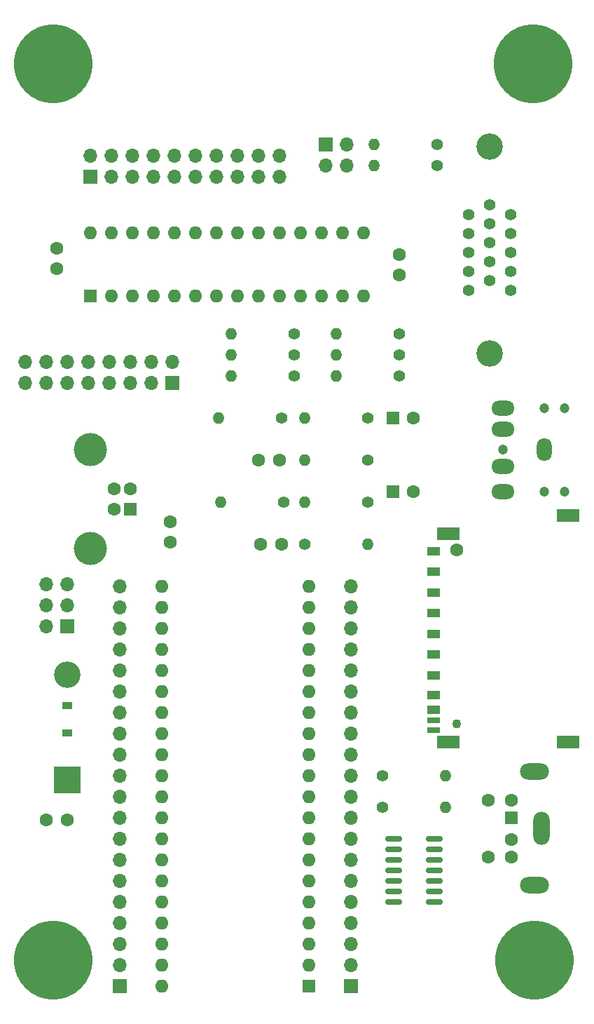
<source format=gbr>
G04 #@! TF.GenerationSoftware,KiCad,Pcbnew,(6.0.1)*
G04 #@! TF.CreationDate,2022-05-16T06:22:06-04:00*
G04 #@! TF.ProjectId,PiPicoMite01,50695069-636f-44d6-9974-6530312e6b69,2*
G04 #@! TF.SameCoordinates,Original*
G04 #@! TF.FileFunction,Soldermask,Top*
G04 #@! TF.FilePolarity,Negative*
%FSLAX46Y46*%
G04 Gerber Fmt 4.6, Leading zero omitted, Abs format (unit mm)*
G04 Created by KiCad (PCBNEW (6.0.1)) date 2022-05-16 06:22:06*
%MOMM*%
%LPD*%
G01*
G04 APERTURE LIST*
G04 Aperture macros list*
%AMRoundRect*
0 Rectangle with rounded corners*
0 $1 Rounding radius*
0 $2 $3 $4 $5 $6 $7 $8 $9 X,Y pos of 4 corners*
0 Add a 4 corners polygon primitive as box body*
4,1,4,$2,$3,$4,$5,$6,$7,$8,$9,$2,$3,0*
0 Add four circle primitives for the rounded corners*
1,1,$1+$1,$2,$3*
1,1,$1+$1,$4,$5*
1,1,$1+$1,$6,$7*
1,1,$1+$1,$8,$9*
0 Add four rect primitives between the rounded corners*
20,1,$1+$1,$2,$3,$4,$5,0*
20,1,$1+$1,$4,$5,$6,$7,0*
20,1,$1+$1,$6,$7,$8,$9,0*
20,1,$1+$1,$8,$9,$2,$3,0*%
G04 Aperture macros list end*
%ADD10C,9.525000*%
%ADD11C,3.200000*%
%ADD12C,1.397000*%
%ADD13C,1.600000*%
%ADD14C,1.100000*%
%ADD15R,1.500000X1.000000*%
%ADD16R,1.500000X0.700000*%
%ADD17R,2.800000X1.500000*%
%ADD18C,1.400000*%
%ADD19O,1.400000X1.400000*%
%ADD20R,1.600000X1.600000*%
%ADD21O,1.600000X1.600000*%
%ADD22C,4.000000*%
%ADD23R,1.200000X0.900000*%
%ADD24R,1.700000X1.700000*%
%ADD25O,1.700000X1.700000*%
%ADD26R,3.200000X3.200000*%
%ADD27O,3.200000X3.200000*%
%ADD28C,1.200000*%
%ADD29O,2.800000X1.800000*%
%ADD30O,1.800000X2.800000*%
%ADD31RoundRect,0.150000X-0.825000X-0.150000X0.825000X-0.150000X0.825000X0.150000X-0.825000X0.150000X0*%
%ADD32O,3.500000X2.000000*%
%ADD33O,2.000000X4.000000*%
G04 APERTURE END LIST*
D10*
X119000000Y-8000000D03*
X177165000Y-116205000D03*
X119000000Y-116205000D03*
X177000000Y-8000000D03*
D11*
X171697590Y-17985740D03*
X171697590Y-42974260D03*
D12*
X169157590Y-26169620D03*
X169157590Y-28460700D03*
X169157590Y-30746700D03*
X169157590Y-33040320D03*
X169157590Y-35328860D03*
X171697590Y-25024080D03*
X171697590Y-27315160D03*
X171697590Y-29606240D03*
X171697590Y-31894780D03*
X171697590Y-34185860D03*
X174237590Y-26169620D03*
X174237590Y-28460700D03*
X174235050Y-30749240D03*
X174237590Y-33040320D03*
X174237590Y-35328860D03*
D13*
X167726500Y-66700000D03*
D14*
X167726500Y-87700000D03*
D15*
X164926500Y-69320000D03*
X164926500Y-71820000D03*
X164926500Y-74320000D03*
X164926500Y-76820000D03*
X164926500Y-79320000D03*
X164926500Y-81820000D03*
X164926500Y-84240000D03*
X164926500Y-85940000D03*
X164926500Y-66820000D03*
D16*
X164926500Y-87280000D03*
X164926500Y-88420000D03*
D17*
X166726500Y-64750000D03*
X166726500Y-89850000D03*
X181226500Y-89850000D03*
X181226500Y-62550000D03*
D18*
X148082000Y-40640000D03*
D19*
X140462000Y-40640000D03*
D18*
X148082000Y-43180000D03*
D19*
X140462000Y-43180000D03*
D18*
X146812000Y-60960000D03*
D19*
X139192000Y-60960000D03*
D18*
X148082000Y-45720000D03*
D19*
X140462000Y-45720000D03*
D18*
X160782000Y-40640000D03*
D19*
X153162000Y-40640000D03*
D18*
X160782000Y-43180000D03*
D19*
X153162000Y-43180000D03*
D18*
X160782000Y-45720000D03*
D19*
X153162000Y-45720000D03*
D20*
X149865000Y-119375000D03*
D21*
X149865000Y-116835000D03*
X149865000Y-114295000D03*
X149865000Y-111755000D03*
X149865000Y-109215000D03*
X149865000Y-106675000D03*
X149865000Y-104135000D03*
X149865000Y-101595000D03*
X149865000Y-99055000D03*
X149865000Y-96515000D03*
X149865000Y-93975000D03*
X149865000Y-91435000D03*
X149865000Y-88895000D03*
X149865000Y-86355000D03*
X149865000Y-83815000D03*
X149865000Y-81275000D03*
X149865000Y-78735000D03*
X149865000Y-76195000D03*
X149865000Y-73655000D03*
X149865000Y-71115000D03*
X132085000Y-71115000D03*
X132085000Y-73655000D03*
X132085000Y-76195000D03*
X132085000Y-78735000D03*
X132085000Y-81275000D03*
X132085000Y-83815000D03*
X132085000Y-86355000D03*
X132085000Y-88895000D03*
X132085000Y-91435000D03*
X132085000Y-93975000D03*
X132085000Y-96515000D03*
X132085000Y-99055000D03*
X132085000Y-101595000D03*
X132085000Y-104135000D03*
X132085000Y-106675000D03*
X132085000Y-109215000D03*
X132085000Y-111755000D03*
X132085000Y-114295000D03*
X132085000Y-116835000D03*
X132085000Y-119375000D03*
D20*
X128304000Y-61798000D03*
D13*
X128304000Y-59298000D03*
X126304000Y-59298000D03*
X126304000Y-61798000D03*
D22*
X123444000Y-54548000D03*
X123444000Y-66548000D03*
D13*
X120630000Y-99314000D03*
X118130000Y-99314000D03*
D20*
X160020000Y-59690000D03*
D13*
X162520000Y-59690000D03*
X146538000Y-66040000D03*
X144038000Y-66040000D03*
X133096000Y-63266000D03*
X133096000Y-65766000D03*
X160782000Y-31008000D03*
X160782000Y-33508000D03*
X119380000Y-30246000D03*
X119380000Y-32746000D03*
D18*
X156972000Y-55880000D03*
D19*
X149352000Y-55880000D03*
D18*
X156972000Y-60960000D03*
D19*
X149352000Y-60960000D03*
D23*
X120650000Y-88772000D03*
X120650000Y-85472000D03*
D24*
X133335000Y-46502000D03*
D25*
X133335000Y-43962000D03*
X130795000Y-46502000D03*
X130795000Y-43962000D03*
X128255000Y-46502000D03*
X128255000Y-43962000D03*
X125715000Y-46502000D03*
X125715000Y-43962000D03*
X123175000Y-46502000D03*
X123175000Y-43962000D03*
X120635000Y-46502000D03*
X120635000Y-43962000D03*
X118095000Y-46502000D03*
X118095000Y-43962000D03*
X115555000Y-46502000D03*
X115555000Y-43962000D03*
D26*
X120650000Y-94488000D03*
D27*
X120650000Y-81788000D03*
D13*
X146304000Y-55880000D03*
X143804000Y-55880000D03*
D28*
X178308000Y-59610000D03*
X178308000Y-49610000D03*
X180808000Y-49610000D03*
X180808000Y-59610000D03*
X173308000Y-54610000D03*
D29*
X173308000Y-59610000D03*
X173308000Y-56610000D03*
D30*
X178308000Y-54610000D03*
D29*
X173308000Y-49610000D03*
X173308000Y-52110000D03*
D18*
X165354000Y-17780000D03*
D19*
X157734000Y-17780000D03*
D18*
X165354000Y-20320000D03*
D19*
X157734000Y-20320000D03*
D24*
X127000000Y-119380000D03*
D25*
X127000000Y-116840000D03*
X127000000Y-114300000D03*
X127000000Y-111760000D03*
X127000000Y-109220000D03*
X127000000Y-106680000D03*
X127000000Y-104140000D03*
X127000000Y-101600000D03*
X127000000Y-99060000D03*
X127000000Y-96520000D03*
X127000000Y-93980000D03*
X127000000Y-91440000D03*
X127000000Y-88900000D03*
X127000000Y-86360000D03*
X127000000Y-83820000D03*
X127000000Y-81280000D03*
X127000000Y-78740000D03*
X127000000Y-76200000D03*
X127000000Y-73660000D03*
X127000000Y-71120000D03*
D18*
X149352000Y-66040000D03*
D19*
X156972000Y-66040000D03*
D24*
X151887000Y-17775000D03*
D25*
X154427000Y-17775000D03*
X151887000Y-20315000D03*
X154427000Y-20315000D03*
D18*
X158750000Y-93980000D03*
D19*
X166370000Y-93980000D03*
D24*
X123449000Y-21595000D03*
D25*
X123449000Y-19055000D03*
X125989000Y-21595000D03*
X125989000Y-19055000D03*
X128529000Y-21595000D03*
X128529000Y-19055000D03*
X131069000Y-21595000D03*
X131069000Y-19055000D03*
X133609000Y-21595000D03*
X133609000Y-19055000D03*
X136149000Y-21595000D03*
X136149000Y-19055000D03*
X138689000Y-21595000D03*
X138689000Y-19055000D03*
X141229000Y-21595000D03*
X141229000Y-19055000D03*
X143769000Y-21595000D03*
X143769000Y-19055000D03*
X146309000Y-21595000D03*
X146309000Y-19055000D03*
D20*
X123454000Y-36058000D03*
D21*
X125994000Y-36058000D03*
X128534000Y-36058000D03*
X131074000Y-36058000D03*
X133614000Y-36058000D03*
X136154000Y-36058000D03*
X138694000Y-36058000D03*
X141234000Y-36058000D03*
X143774000Y-36058000D03*
X146314000Y-36058000D03*
X148854000Y-36058000D03*
X151394000Y-36058000D03*
X153934000Y-36058000D03*
X156474000Y-36058000D03*
X156474000Y-28438000D03*
X153934000Y-28438000D03*
X151394000Y-28438000D03*
X148854000Y-28438000D03*
X146314000Y-28438000D03*
X143774000Y-28438000D03*
X141234000Y-28438000D03*
X138694000Y-28438000D03*
X136154000Y-28438000D03*
X133614000Y-28438000D03*
X131074000Y-28438000D03*
X128534000Y-28438000D03*
X125994000Y-28438000D03*
X123454000Y-28438000D03*
D18*
X158750000Y-97790000D03*
D19*
X166370000Y-97790000D03*
D20*
X160020000Y-50800000D03*
D13*
X162520000Y-50800000D03*
D31*
X160085000Y-101600000D03*
X160085000Y-102870000D03*
X160085000Y-104140000D03*
X160085000Y-105410000D03*
X160085000Y-106680000D03*
X160085000Y-107950000D03*
X160085000Y-109220000D03*
X165035000Y-109220000D03*
X165035000Y-107950000D03*
X165035000Y-106680000D03*
X165035000Y-105410000D03*
X165035000Y-104140000D03*
X165035000Y-102870000D03*
X165035000Y-101600000D03*
D24*
X120655000Y-75946000D03*
D25*
X118115000Y-75946000D03*
X120655000Y-73406000D03*
X118115000Y-73406000D03*
X120655000Y-70866000D03*
X118115000Y-70866000D03*
D20*
X174301000Y-99020000D03*
D13*
X174301000Y-101620000D03*
X174301000Y-96920000D03*
X174301000Y-103720000D03*
X171501000Y-96920000D03*
X171501000Y-103720000D03*
D32*
X177151000Y-107170000D03*
X177151000Y-93470000D03*
D33*
X177951000Y-100320000D03*
D18*
X156972000Y-50800000D03*
D19*
X149352000Y-50800000D03*
D18*
X146558000Y-50800000D03*
D19*
X138938000Y-50800000D03*
D24*
X154940000Y-119375000D03*
D25*
X154940000Y-116835000D03*
X154940000Y-114295000D03*
X154940000Y-111755000D03*
X154940000Y-109215000D03*
X154940000Y-106675000D03*
X154940000Y-104135000D03*
X154940000Y-101595000D03*
X154940000Y-99055000D03*
X154940000Y-96515000D03*
X154940000Y-93975000D03*
X154940000Y-91435000D03*
X154940000Y-88895000D03*
X154940000Y-86355000D03*
X154940000Y-83815000D03*
X154940000Y-81275000D03*
X154940000Y-78735000D03*
X154940000Y-76195000D03*
X154940000Y-73655000D03*
X154940000Y-71115000D03*
M02*

</source>
